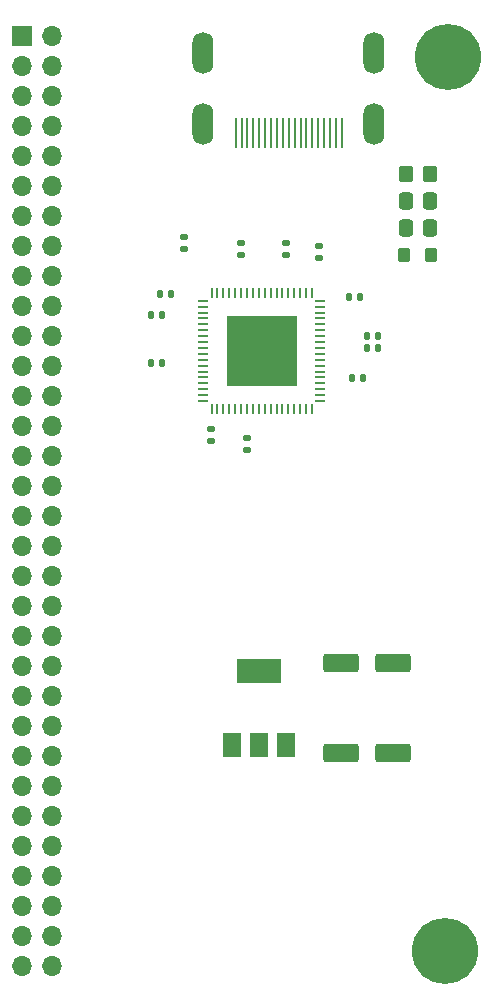
<source format=gbr>
%TF.GenerationSoftware,KiCad,Pcbnew,6.0.4*%
%TF.CreationDate,2022-05-03T23:03:23+02:00*%
%TF.ProjectId,hdmi brd,68646d69-2062-4726-942e-6b696361645f,rev?*%
%TF.SameCoordinates,Original*%
%TF.FileFunction,Soldermask,Top*%
%TF.FilePolarity,Negative*%
%FSLAX46Y46*%
G04 Gerber Fmt 4.6, Leading zero omitted, Abs format (unit mm)*
G04 Created by KiCad (PCBNEW 6.0.4) date 2022-05-03 23:03:23*
%MOMM*%
%LPD*%
G01*
G04 APERTURE LIST*
G04 Aperture macros list*
%AMRoundRect*
0 Rectangle with rounded corners*
0 $1 Rounding radius*
0 $2 $3 $4 $5 $6 $7 $8 $9 X,Y pos of 4 corners*
0 Add a 4 corners polygon primitive as box body*
4,1,4,$2,$3,$4,$5,$6,$7,$8,$9,$2,$3,0*
0 Add four circle primitives for the rounded corners*
1,1,$1+$1,$2,$3*
1,1,$1+$1,$4,$5*
1,1,$1+$1,$6,$7*
1,1,$1+$1,$8,$9*
0 Add four rect primitives between the rounded corners*
20,1,$1+$1,$2,$3,$4,$5,0*
20,1,$1+$1,$4,$5,$6,$7,0*
20,1,$1+$1,$6,$7,$8,$9,0*
20,1,$1+$1,$8,$9,$2,$3,0*%
G04 Aperture macros list end*
%ADD10O,1.778000X3.556000*%
%ADD11R,0.280000X2.600000*%
%ADD12RoundRect,0.140000X0.170000X-0.140000X0.170000X0.140000X-0.170000X0.140000X-0.170000X-0.140000X0*%
%ADD13RoundRect,0.140000X-0.140000X-0.170000X0.140000X-0.170000X0.140000X0.170000X-0.140000X0.170000X0*%
%ADD14RoundRect,0.140000X0.140000X0.170000X-0.140000X0.170000X-0.140000X-0.170000X0.140000X-0.170000X0*%
%ADD15RoundRect,0.135000X0.185000X-0.135000X0.185000X0.135000X-0.185000X0.135000X-0.185000X-0.135000X0*%
%ADD16RoundRect,0.250000X-1.250000X-0.550000X1.250000X-0.550000X1.250000X0.550000X-1.250000X0.550000X0*%
%ADD17RoundRect,0.140000X-0.170000X0.140000X-0.170000X-0.140000X0.170000X-0.140000X0.170000X0.140000X0*%
%ADD18RoundRect,0.250000X-0.337500X-0.475000X0.337500X-0.475000X0.337500X0.475000X-0.337500X0.475000X0*%
%ADD19RoundRect,0.250000X0.275000X0.350000X-0.275000X0.350000X-0.275000X-0.350000X0.275000X-0.350000X0*%
%ADD20R,1.500000X2.000000*%
%ADD21R,3.800000X2.000000*%
%ADD22RoundRect,0.062500X-0.375000X-0.062500X0.375000X-0.062500X0.375000X0.062500X-0.375000X0.062500X0*%
%ADD23RoundRect,0.062500X-0.062500X-0.375000X0.062500X-0.375000X0.062500X0.375000X-0.062500X0.375000X0*%
%ADD24R,6.000000X6.000000*%
%ADD25RoundRect,0.250000X-0.350000X-0.450000X0.350000X-0.450000X0.350000X0.450000X-0.350000X0.450000X0*%
%ADD26C,5.600000*%
%ADD27R,1.700000X1.700000*%
%ADD28O,1.700000X1.700000*%
G04 APERTURE END LIST*
D10*
%TO.C,J2*%
X106056000Y-55715000D03*
X91556000Y-55715000D03*
X106056000Y-49715000D03*
X91556000Y-49715000D03*
D11*
X98806000Y-56515000D03*
X98306000Y-56515000D03*
X97806000Y-56515000D03*
X97306000Y-56515000D03*
X96806000Y-56515000D03*
X96306000Y-56515000D03*
X95806000Y-56515000D03*
X95306000Y-56515000D03*
X99306000Y-56515000D03*
X99806000Y-56515000D03*
X100306000Y-56515000D03*
X100806000Y-56515000D03*
X101306000Y-56515000D03*
X101806000Y-56515000D03*
X102306000Y-56515000D03*
X94806000Y-56515000D03*
X94306000Y-56515000D03*
X102806000Y-56515000D03*
X103306000Y-56515000D03*
%TD*%
D12*
%TO.C,C2*%
X94742000Y-66774000D03*
X94742000Y-65814000D03*
%TD*%
D13*
%TO.C,C11*%
X103914000Y-70358000D03*
X104874000Y-70358000D03*
%TD*%
D14*
%TO.C,C15*%
X88872000Y-70104000D03*
X87912000Y-70104000D03*
%TD*%
D15*
%TO.C,R3*%
X89916000Y-66296000D03*
X89916000Y-65276000D03*
%TD*%
D16*
%TO.C,C5*%
X103210000Y-108966000D03*
X107610000Y-108966000D03*
%TD*%
D17*
%TO.C,C9*%
X95250000Y-82324000D03*
X95250000Y-83284000D03*
%TD*%
D14*
%TO.C,C7*%
X88110000Y-71882000D03*
X87150000Y-71882000D03*
%TD*%
D17*
%TO.C,C14*%
X92202000Y-81562000D03*
X92202000Y-82522000D03*
%TD*%
D13*
%TO.C,C13*%
X105438000Y-74676000D03*
X106398000Y-74676000D03*
%TD*%
D18*
%TO.C,C3*%
X108690500Y-64516000D03*
X110765500Y-64516000D03*
%TD*%
D15*
%TO.C,R1*%
X101346000Y-67058000D03*
X101346000Y-66038000D03*
%TD*%
D19*
%TO.C,L1*%
X110878000Y-66802000D03*
X108578000Y-66802000D03*
%TD*%
D13*
%TO.C,C10*%
X105438000Y-73660000D03*
X106398000Y-73660000D03*
%TD*%
D16*
%TO.C,C6*%
X103210000Y-101346000D03*
X107610000Y-101346000D03*
%TD*%
D20*
%TO.C,U2*%
X93966000Y-108306000D03*
X96266000Y-108306000D03*
D21*
X96266000Y-102006000D03*
D20*
X98566000Y-108306000D03*
%TD*%
D14*
%TO.C,C8*%
X88110000Y-75946000D03*
X87150000Y-75946000D03*
%TD*%
D22*
%TO.C,U1*%
X91582500Y-70680000D03*
X91582500Y-71180000D03*
X91582500Y-71680000D03*
X91582500Y-72180000D03*
X91582500Y-72680000D03*
X91582500Y-73180000D03*
X91582500Y-73680000D03*
X91582500Y-74180000D03*
X91582500Y-74680000D03*
X91582500Y-75180000D03*
X91582500Y-75680000D03*
X91582500Y-76180000D03*
X91582500Y-76680000D03*
X91582500Y-77180000D03*
X91582500Y-77680000D03*
X91582500Y-78180000D03*
X91582500Y-78680000D03*
X91582500Y-79180000D03*
D23*
X92270000Y-79867500D03*
X92770000Y-79867500D03*
X93270000Y-79867500D03*
X93770000Y-79867500D03*
X94270000Y-79867500D03*
X94770000Y-79867500D03*
X95270000Y-79867500D03*
X95770000Y-79867500D03*
X96270000Y-79867500D03*
X96770000Y-79867500D03*
X97270000Y-79867500D03*
X97770000Y-79867500D03*
X98270000Y-79867500D03*
X98770000Y-79867500D03*
X99270000Y-79867500D03*
X99770000Y-79867500D03*
X100270000Y-79867500D03*
X100770000Y-79867500D03*
D22*
X101457500Y-79180000D03*
X101457500Y-78680000D03*
X101457500Y-78180000D03*
X101457500Y-77680000D03*
X101457500Y-77180000D03*
X101457500Y-76680000D03*
X101457500Y-76180000D03*
X101457500Y-75680000D03*
X101457500Y-75180000D03*
X101457500Y-74680000D03*
X101457500Y-74180000D03*
X101457500Y-73680000D03*
X101457500Y-73180000D03*
X101457500Y-72680000D03*
X101457500Y-72180000D03*
X101457500Y-71680000D03*
X101457500Y-71180000D03*
X101457500Y-70680000D03*
D23*
X100770000Y-69992500D03*
X100270000Y-69992500D03*
X99770000Y-69992500D03*
X99270000Y-69992500D03*
X98770000Y-69992500D03*
X98270000Y-69992500D03*
X97770000Y-69992500D03*
X97270000Y-69992500D03*
X96770000Y-69992500D03*
X96270000Y-69992500D03*
X95770000Y-69992500D03*
X95270000Y-69992500D03*
X94770000Y-69992500D03*
X94270000Y-69992500D03*
X93770000Y-69992500D03*
X93270000Y-69992500D03*
X92770000Y-69992500D03*
X92270000Y-69992500D03*
D24*
X96520000Y-74930000D03*
%TD*%
D25*
%TO.C,R2*%
X108728000Y-59944000D03*
X110728000Y-59944000D03*
%TD*%
D12*
%TO.C,C1*%
X98552000Y-66774000D03*
X98552000Y-65814000D03*
%TD*%
D18*
%TO.C,C4*%
X108690500Y-62230000D03*
X110765500Y-62230000D03*
%TD*%
D26*
%TO.C,H2*%
X112014000Y-125730000D03*
%TD*%
%TO.C,H1*%
X112268000Y-50038000D03*
%TD*%
D13*
%TO.C,C12*%
X104168000Y-77216000D03*
X105128000Y-77216000D03*
%TD*%
D27*
%TO.C,J1*%
X76200000Y-48260000D03*
D28*
X78740000Y-48260000D03*
X76200000Y-50800000D03*
X78740000Y-50800000D03*
X76200000Y-53340000D03*
X78740000Y-53340000D03*
X76200000Y-55880000D03*
X78740000Y-55880000D03*
X76200000Y-58420000D03*
X78740000Y-58420000D03*
X76200000Y-60960000D03*
X78740000Y-60960000D03*
X76200000Y-63500000D03*
X78740000Y-63500000D03*
X76200000Y-66040000D03*
X78740000Y-66040000D03*
X76200000Y-68580000D03*
X78740000Y-68580000D03*
X76200000Y-71120000D03*
X78740000Y-71120000D03*
X76200000Y-73660000D03*
X78740000Y-73660000D03*
X76200000Y-76200000D03*
X78740000Y-76200000D03*
X76200000Y-78740000D03*
X78740000Y-78740000D03*
X76200000Y-81280000D03*
X78740000Y-81280000D03*
X76200000Y-83820000D03*
X78740000Y-83820000D03*
X76200000Y-86360000D03*
X78740000Y-86360000D03*
X76200000Y-88900000D03*
X78740000Y-88900000D03*
X76200000Y-91440000D03*
X78740000Y-91440000D03*
X76200000Y-93980000D03*
X78740000Y-93980000D03*
X76200000Y-96520000D03*
X78740000Y-96520000D03*
X76200000Y-99060000D03*
X78740000Y-99060000D03*
X76200000Y-101600000D03*
X78740000Y-101600000D03*
X76200000Y-104140000D03*
X78740000Y-104140000D03*
X76200000Y-106680000D03*
X78740000Y-106680000D03*
X76200000Y-109220000D03*
X78740000Y-109220000D03*
X76200000Y-111760000D03*
X78740000Y-111760000D03*
X76200000Y-114300000D03*
X78740000Y-114300000D03*
X76200000Y-116840000D03*
X78740000Y-116840000D03*
X76200000Y-119380000D03*
X78740000Y-119380000D03*
X76200000Y-121920000D03*
X78740000Y-121920000D03*
X76200000Y-124460000D03*
X78740000Y-124460000D03*
X76200000Y-127000000D03*
X78740000Y-127000000D03*
%TD*%
M02*

</source>
